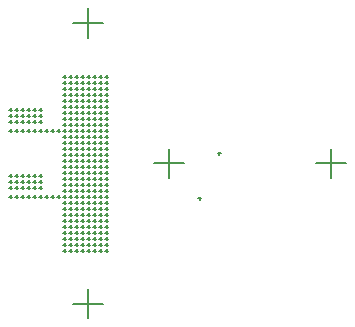
<source format=gbr>
G04 Layer_Color=128*
%FSLAX25Y25*%
%MOIN*%
%TF.FileFunction,Drillmap*%
%TF.Part,Single*%
G01*
G75*
%ADD83C,0.00500*%
D83*
X442815Y393701D02*
X452658D01*
X447736Y388779D02*
Y398622D01*
X388779Y393701D02*
X398622D01*
X393701Y388779D02*
Y398622D01*
X361762Y346905D02*
X371604D01*
X366683Y341984D02*
Y351826D01*
X361762Y440497D02*
X371604D01*
X366683Y435576D02*
Y445418D01*
X350500Y385500D02*
X351500D01*
X351000Y385000D02*
Y386000D01*
X350500Y387500D02*
X351500D01*
X351000Y387000D02*
Y388000D01*
X350500Y389500D02*
X351500D01*
X351000Y389000D02*
Y390000D01*
X403500Y382000D02*
X404500D01*
X404000Y381500D02*
Y382500D01*
X410000Y397000D02*
X411000D01*
X410500Y396500D02*
Y397500D01*
X370500Y366500D02*
X371500D01*
X371000Y366000D02*
Y367000D01*
X372500Y366500D02*
X373500D01*
X373000Y366000D02*
Y367000D01*
X372500Y368500D02*
X373500D01*
X373000Y368000D02*
Y369000D01*
X370500Y368500D02*
X371500D01*
X371000Y368000D02*
Y369000D01*
X368500Y368500D02*
X369500D01*
X369000Y368000D02*
Y369000D01*
X368500Y366500D02*
X369500D01*
X369000Y366000D02*
Y367000D01*
X366500Y366500D02*
X367500D01*
X367000Y366000D02*
Y367000D01*
X366500Y368500D02*
X367500D01*
X367000Y368000D02*
Y369000D01*
X366500Y370500D02*
X367500D01*
X367000Y370000D02*
Y371000D01*
X368500Y370500D02*
X369500D01*
X369000Y370000D02*
Y371000D01*
X370500Y370500D02*
X371500D01*
X371000Y370000D02*
Y371000D01*
X372500Y370500D02*
X373500D01*
X373000Y370000D02*
Y371000D01*
X372500Y372500D02*
X373500D01*
X373000Y372000D02*
Y373000D01*
X370500Y372500D02*
X371500D01*
X371000Y372000D02*
Y373000D01*
X368500Y372500D02*
X369500D01*
X369000Y372000D02*
Y373000D01*
X366500Y372500D02*
X367500D01*
X367000Y372000D02*
Y373000D01*
X366500Y374500D02*
X367500D01*
X367000Y374000D02*
Y375000D01*
X368500Y374500D02*
X369500D01*
X369000Y374000D02*
Y375000D01*
X370500Y374500D02*
X371500D01*
X371000Y374000D02*
Y375000D01*
X372500Y374500D02*
X373500D01*
X373000Y374000D02*
Y375000D01*
X372500Y376500D02*
X373500D01*
X373000Y376000D02*
Y377000D01*
X370500Y376500D02*
X371500D01*
X371000Y376000D02*
Y377000D01*
X368500Y376500D02*
X369500D01*
X369000Y376000D02*
Y377000D01*
X366500Y376500D02*
X367500D01*
X367000Y376000D02*
Y377000D01*
X366500Y378500D02*
X367500D01*
X367000Y378000D02*
Y379000D01*
X368500Y378500D02*
X369500D01*
X369000Y378000D02*
Y379000D01*
X370500Y378500D02*
X371500D01*
X371000Y378000D02*
Y379000D01*
X372500Y378500D02*
X373500D01*
X373000Y378000D02*
Y379000D01*
X372500Y380500D02*
X373500D01*
X373000Y380000D02*
Y381000D01*
X370500Y380500D02*
X371500D01*
X371000Y380000D02*
Y381000D01*
X368500Y380500D02*
X369500D01*
X369000Y380000D02*
Y381000D01*
X366500Y380500D02*
X367500D01*
X367000Y380000D02*
Y381000D01*
X366500Y382500D02*
X367500D01*
X367000Y382000D02*
Y383000D01*
X368500Y382500D02*
X369500D01*
X369000Y382000D02*
Y383000D01*
X370500Y382500D02*
X371500D01*
X371000Y382000D02*
Y383000D01*
X372500Y382500D02*
X373500D01*
X373000Y382000D02*
Y383000D01*
X364500Y366500D02*
X365500D01*
X365000Y366000D02*
Y367000D01*
X364500Y368500D02*
X365500D01*
X365000Y368000D02*
Y369000D01*
X364500Y370500D02*
X365500D01*
X365000Y370000D02*
Y371000D01*
X364500Y372500D02*
X365500D01*
X365000Y372000D02*
Y373000D01*
X364500Y374500D02*
X365500D01*
X365000Y374000D02*
Y375000D01*
X364500Y376500D02*
X365500D01*
X365000Y376000D02*
Y377000D01*
X364500Y378500D02*
X365500D01*
X365000Y378000D02*
Y379000D01*
X364500Y380500D02*
X365500D01*
X365000Y380000D02*
Y381000D01*
X364500Y382500D02*
X365500D01*
X365000Y382000D02*
Y383000D01*
X364500Y384500D02*
X365500D01*
X365000Y384000D02*
Y385000D01*
X366500Y384500D02*
X367500D01*
X367000Y384000D02*
Y385000D01*
X368500Y384500D02*
X369500D01*
X369000Y384000D02*
Y385000D01*
X370500Y384500D02*
X371500D01*
X371000Y384000D02*
Y385000D01*
X372500Y384500D02*
X373500D01*
X373000Y384000D02*
Y385000D01*
X372500Y386500D02*
X373500D01*
X373000Y386000D02*
Y387000D01*
X370500Y386500D02*
X371500D01*
X371000Y386000D02*
Y387000D01*
X368500Y386500D02*
X369500D01*
X369000Y386000D02*
Y387000D01*
X366500Y386500D02*
X367500D01*
X367000Y386000D02*
Y387000D01*
X366500Y386500D02*
X367500D01*
X367000Y386000D02*
Y387000D01*
X364500Y386500D02*
X365500D01*
X365000Y386000D02*
Y387000D01*
X362500Y386500D02*
X363500D01*
X363000Y386000D02*
Y387000D01*
X362500Y384500D02*
X363500D01*
X363000Y384000D02*
Y385000D01*
X362500Y382500D02*
X363500D01*
X363000Y382000D02*
Y383000D01*
X362500Y380500D02*
X363500D01*
X363000Y380000D02*
Y381000D01*
X362500Y378500D02*
X363500D01*
X363000Y378000D02*
Y379000D01*
X362500Y376500D02*
X363500D01*
X363000Y376000D02*
Y377000D01*
X362500Y374500D02*
X363500D01*
X363000Y374000D02*
Y375000D01*
X362500Y372500D02*
X363500D01*
X363000Y372000D02*
Y373000D01*
X362500Y370500D02*
X363500D01*
X363000Y370000D02*
Y371000D01*
X362500Y368500D02*
X363500D01*
X363000Y368000D02*
Y369000D01*
X362500Y366500D02*
X363500D01*
X363000Y366000D02*
Y367000D01*
X358500Y366500D02*
X359500D01*
X359000Y366000D02*
Y367000D01*
X360500Y366500D02*
X361500D01*
X361000Y366000D02*
Y367000D01*
X358500Y368500D02*
X359500D01*
X359000Y368000D02*
Y369000D01*
X358500Y370500D02*
X359500D01*
X359000Y370000D02*
Y371000D01*
X358500Y372500D02*
X359500D01*
X359000Y372000D02*
Y373000D01*
X358500Y374500D02*
X359500D01*
X359000Y374000D02*
Y375000D01*
X358500Y376500D02*
X359500D01*
X359000Y376000D02*
Y377000D01*
X358500Y378500D02*
X359500D01*
X359000Y378000D02*
Y379000D01*
X358500Y380500D02*
X359500D01*
X359000Y380000D02*
Y381000D01*
X358500Y382500D02*
X359500D01*
X359000Y382000D02*
Y383000D01*
X360500Y368500D02*
X361500D01*
X361000Y368000D02*
Y369000D01*
X360500Y370500D02*
X361500D01*
X361000Y370000D02*
Y371000D01*
X360500Y372500D02*
X361500D01*
X361000Y372000D02*
Y373000D01*
X360500Y374500D02*
X361500D01*
X361000Y374000D02*
Y375000D01*
X360500Y376500D02*
X361500D01*
X361000Y376000D02*
Y377000D01*
X360500Y378500D02*
X361500D01*
X361000Y378000D02*
Y379000D01*
X360500Y380500D02*
X361500D01*
X361000Y380000D02*
Y381000D01*
X360500Y382500D02*
X361500D01*
X361000Y382000D02*
Y383000D01*
X360500Y384500D02*
X361500D01*
X361000Y384000D02*
Y385000D01*
X360500Y386500D02*
X361500D01*
X361000Y386000D02*
Y387000D01*
X372500Y388500D02*
X373500D01*
X373000Y388000D02*
Y389000D01*
X370500Y388500D02*
X371500D01*
X371000Y388000D02*
Y389000D01*
X368500Y388500D02*
X369500D01*
X369000Y388000D02*
Y389000D01*
X366500Y388500D02*
X367500D01*
X367000Y388000D02*
Y389000D01*
X366500Y390500D02*
X367500D01*
X367000Y390000D02*
Y391000D01*
X368500Y390500D02*
X369500D01*
X369000Y390000D02*
Y391000D01*
X370500Y390500D02*
X371500D01*
X371000Y390000D02*
Y391000D01*
X372500Y390500D02*
X373500D01*
X373000Y390000D02*
Y391000D01*
X372500Y392500D02*
X373500D01*
X373000Y392000D02*
Y393000D01*
X370500Y392500D02*
X371500D01*
X371000Y392000D02*
Y393000D01*
X368500Y392500D02*
X369500D01*
X369000Y392000D02*
Y393000D01*
X366500Y392500D02*
X367500D01*
X367000Y392000D02*
Y393000D01*
X364500Y392500D02*
X365500D01*
X365000Y392000D02*
Y393000D01*
X364500Y390500D02*
X365500D01*
X365000Y390000D02*
Y391000D01*
X364500Y388500D02*
X365500D01*
X365000Y388000D02*
Y389000D01*
X362500Y388500D02*
X363500D01*
X363000Y388000D02*
Y389000D01*
X362500Y390500D02*
X363500D01*
X363000Y390000D02*
Y391000D01*
X362500Y392500D02*
X363500D01*
X363000Y392000D02*
Y393000D01*
X364500Y394500D02*
X365500D01*
X365000Y394000D02*
Y395000D01*
X362500Y394500D02*
X363500D01*
X363000Y394000D02*
Y395000D01*
X366500Y394500D02*
X367500D01*
X367000Y394000D02*
Y395000D01*
X368500Y394500D02*
X369500D01*
X369000Y394000D02*
Y395000D01*
X370500Y394500D02*
X371500D01*
X371000Y394000D02*
Y395000D01*
X372500Y394500D02*
X373500D01*
X373000Y394000D02*
Y395000D01*
X372500Y396500D02*
X373500D01*
X373000Y396000D02*
Y397000D01*
X370500Y396500D02*
X371500D01*
X371000Y396000D02*
Y397000D01*
X370500Y396500D02*
X371500D01*
X371000Y396000D02*
Y397000D01*
X368500Y396500D02*
X369500D01*
X369000Y396000D02*
Y397000D01*
X366500Y396500D02*
X367500D01*
X367000Y396000D02*
Y397000D01*
X364500Y396500D02*
X365500D01*
X365000Y396000D02*
Y397000D01*
X362500Y396500D02*
X363500D01*
X363000Y396000D02*
Y397000D01*
X360500Y396500D02*
X361500D01*
X361000Y396000D02*
Y397000D01*
X360500Y394500D02*
X361500D01*
X361000Y394000D02*
Y395000D01*
X360500Y392500D02*
X361500D01*
X361000Y392000D02*
Y393000D01*
X360500Y390500D02*
X361500D01*
X361000Y390000D02*
Y391000D01*
X360500Y388500D02*
X361500D01*
X361000Y388000D02*
Y389000D01*
X358500Y388500D02*
X359500D01*
X359000Y388000D02*
Y389000D01*
X358500Y390500D02*
X359500D01*
X359000Y390000D02*
Y391000D01*
X358500Y392500D02*
X359500D01*
X359000Y392000D02*
Y393000D01*
X358500Y394500D02*
X359500D01*
X359000Y394000D02*
Y395000D01*
X358500Y396500D02*
X359500D01*
X359000Y396000D02*
Y397000D01*
X372500Y398500D02*
X373500D01*
X373000Y398000D02*
Y399000D01*
X370500Y398500D02*
X371500D01*
X371000Y398000D02*
Y399000D01*
X368500Y398500D02*
X369500D01*
X369000Y398000D02*
Y399000D01*
X366500Y398500D02*
X367500D01*
X367000Y398000D02*
Y399000D01*
X366500Y400500D02*
X367500D01*
X367000Y400000D02*
Y401000D01*
X368500Y400500D02*
X369500D01*
X369000Y400000D02*
Y401000D01*
X370500Y400500D02*
X371500D01*
X371000Y400000D02*
Y401000D01*
X372500Y400500D02*
X373500D01*
X373000Y400000D02*
Y401000D01*
X372500Y402500D02*
X373500D01*
X373000Y402000D02*
Y403000D01*
X370500Y402500D02*
X371500D01*
X371000Y402000D02*
Y403000D01*
X368500Y402500D02*
X369500D01*
X369000Y402000D02*
Y403000D01*
X366500Y402500D02*
X367500D01*
X367000Y402000D02*
Y403000D01*
X364500Y402500D02*
X365500D01*
X365000Y402000D02*
Y403000D01*
X364500Y400500D02*
X365500D01*
X365000Y400000D02*
Y401000D01*
X364500Y398500D02*
X365500D01*
X365000Y398000D02*
Y399000D01*
X362500Y398500D02*
X363500D01*
X363000Y398000D02*
Y399000D01*
X362500Y400500D02*
X363500D01*
X363000Y400000D02*
Y401000D01*
X362500Y402500D02*
X363500D01*
X363000Y402000D02*
Y403000D01*
X360500Y398500D02*
X361500D01*
X361000Y398000D02*
Y399000D01*
X360500Y400500D02*
X361500D01*
X361000Y400000D02*
Y401000D01*
X358500Y398500D02*
X359500D01*
X359000Y398000D02*
Y399000D01*
X358500Y400500D02*
X359500D01*
X359000Y400000D02*
Y401000D01*
X358500Y402500D02*
X359500D01*
X359000Y402000D02*
Y403000D01*
X358500Y404500D02*
X359500D01*
X359000Y404000D02*
Y405000D01*
X360500Y402500D02*
X361500D01*
X361000Y402000D02*
Y403000D01*
X372500Y404500D02*
X373500D01*
X373000Y404000D02*
Y405000D01*
X370500Y404500D02*
X371500D01*
X371000Y404000D02*
Y405000D01*
X368500Y404500D02*
X369500D01*
X369000Y404000D02*
Y405000D01*
X366500Y404500D02*
X367500D01*
X367000Y404000D02*
Y405000D01*
X364500Y404500D02*
X365500D01*
X365000Y404000D02*
Y405000D01*
X362500Y404500D02*
X363500D01*
X363000Y404000D02*
Y405000D01*
X372500Y406500D02*
X373500D01*
X373000Y406000D02*
Y407000D01*
X370500Y406500D02*
X371500D01*
X371000Y406000D02*
Y407000D01*
X370500Y408500D02*
X371500D01*
X371000Y408000D02*
Y409000D01*
X372500Y408500D02*
X373500D01*
X373000Y408000D02*
Y409000D01*
X372500Y410500D02*
X373500D01*
X373000Y410000D02*
Y411000D01*
X370500Y410500D02*
X371500D01*
X371000Y410000D02*
Y411000D01*
X370500Y412500D02*
X371500D01*
X371000Y412000D02*
Y413000D01*
X372500Y412500D02*
X373500D01*
X373000Y412000D02*
Y413000D01*
X372500Y414500D02*
X373500D01*
X373000Y414000D02*
Y415000D01*
X370500Y414500D02*
X371500D01*
X371000Y414000D02*
Y415000D01*
X372500Y416500D02*
X373500D01*
X373000Y416000D02*
Y417000D01*
X370500Y416500D02*
X371500D01*
X371000Y416000D02*
Y417000D01*
X370500Y418500D02*
X371500D01*
X371000Y418000D02*
Y419000D01*
X372500Y418500D02*
X373500D01*
X373000Y418000D02*
Y419000D01*
X372500Y422500D02*
X373500D01*
X373000Y422000D02*
Y423000D01*
X372500Y420500D02*
X373500D01*
X373000Y420000D02*
Y421000D01*
X370500Y420500D02*
X371500D01*
X371000Y420000D02*
Y421000D01*
X370500Y422500D02*
X371500D01*
X371000Y422000D02*
Y423000D01*
X368500Y406500D02*
X369500D01*
X369000Y406000D02*
Y407000D01*
X366500Y406500D02*
X367500D01*
X367000Y406000D02*
Y407000D01*
X364500Y406500D02*
X365500D01*
X365000Y406000D02*
Y407000D01*
X362500Y406500D02*
X363500D01*
X363000Y406000D02*
Y407000D01*
X360500Y404500D02*
X361500D01*
X361000Y404000D02*
Y405000D01*
X360500Y406500D02*
X361500D01*
X361000Y406000D02*
Y407000D01*
X360500Y408500D02*
X361500D01*
X361000Y408000D02*
Y409000D01*
X362500Y408500D02*
X363500D01*
X363000Y408000D02*
Y409000D01*
X364500Y408500D02*
X365500D01*
X365000Y408000D02*
Y409000D01*
X366500Y408500D02*
X367500D01*
X367000Y408000D02*
Y409000D01*
X368500Y408500D02*
X369500D01*
X369000Y408000D02*
Y409000D01*
X366500Y410500D02*
X367500D01*
X367000Y410000D02*
Y411000D01*
X368500Y410500D02*
X369500D01*
X369000Y410000D02*
Y411000D01*
X368500Y412500D02*
X369500D01*
X369000Y412000D02*
Y413000D01*
X366500Y412500D02*
X367500D01*
X367000Y412000D02*
Y413000D01*
X364500Y412500D02*
X365500D01*
X365000Y412000D02*
Y413000D01*
X364500Y410500D02*
X365500D01*
X365000Y410000D02*
Y411000D01*
X362500Y410500D02*
X363500D01*
X363000Y410000D02*
Y411000D01*
X362500Y412500D02*
X363500D01*
X363000Y412000D02*
Y413000D01*
X366500Y414500D02*
X367500D01*
X367000Y414000D02*
Y415000D01*
X368500Y414500D02*
X369500D01*
X369000Y414000D02*
Y415000D01*
X368500Y416500D02*
X369500D01*
X369000Y416000D02*
Y417000D01*
X366500Y416500D02*
X367500D01*
X367000Y416000D02*
Y417000D01*
X366500Y418500D02*
X367500D01*
X367000Y418000D02*
Y419000D01*
X368500Y418500D02*
X369500D01*
X369000Y418000D02*
Y419000D01*
X368500Y420500D02*
X369500D01*
X369000Y420000D02*
Y421000D01*
X368500Y422500D02*
X369500D01*
X369000Y422000D02*
Y423000D01*
X366500Y420500D02*
X367500D01*
X367000Y420000D02*
Y421000D01*
X366500Y422500D02*
X367500D01*
X367000Y422000D02*
Y423000D01*
X364500Y422500D02*
X365500D01*
X365000Y422000D02*
Y423000D01*
X364500Y420500D02*
X365500D01*
X365000Y420000D02*
Y421000D01*
X364500Y418500D02*
X365500D01*
X365000Y418000D02*
Y419000D01*
X364500Y416500D02*
X365500D01*
X365000Y416000D02*
Y417000D01*
X364500Y414500D02*
X365500D01*
X365000Y414000D02*
Y415000D01*
X362500Y414500D02*
X363500D01*
X363000Y414000D02*
Y415000D01*
X362500Y416500D02*
X363500D01*
X363000Y416000D02*
Y417000D01*
X362500Y418500D02*
X363500D01*
X363000Y418000D02*
Y419000D01*
X362500Y420500D02*
X363500D01*
X363000Y420000D02*
Y421000D01*
X362500Y422500D02*
X363500D01*
X363000Y422000D02*
Y423000D01*
X360500Y422500D02*
X361500D01*
X361000Y422000D02*
Y423000D01*
X360500Y420500D02*
X361500D01*
X361000Y420000D02*
Y421000D01*
X360500Y418500D02*
X361500D01*
X361000Y418000D02*
Y419000D01*
X360500Y416500D02*
X361500D01*
X361000Y416000D02*
Y417000D01*
X360500Y414500D02*
X361500D01*
X361000Y414000D02*
Y415000D01*
X360500Y412500D02*
X361500D01*
X361000Y412000D02*
Y413000D01*
X360500Y410500D02*
X361500D01*
X361000Y410000D02*
Y411000D01*
X358500Y410500D02*
X359500D01*
X359000Y410000D02*
Y411000D01*
X358500Y412500D02*
X359500D01*
X359000Y412000D02*
Y413000D01*
X358500Y414500D02*
X359500D01*
X359000Y414000D02*
Y415000D01*
X358500Y416500D02*
X359500D01*
X359000Y416000D02*
Y417000D01*
X358500Y418500D02*
X359500D01*
X359000Y418000D02*
Y419000D01*
X358500Y420500D02*
X359500D01*
X359000Y420000D02*
Y421000D01*
X358500Y422500D02*
X359500D01*
X359000Y422000D02*
Y423000D01*
X358500Y408500D02*
X359500D01*
X359000Y408000D02*
Y409000D01*
X358500Y406500D02*
X359500D01*
X359000Y406000D02*
Y407000D01*
X358500Y386500D02*
X359500D01*
X359000Y386000D02*
Y387000D01*
X358500Y384500D02*
X359500D01*
X359000Y384000D02*
Y385000D01*
X356500Y404500D02*
X357500D01*
X357000Y404000D02*
Y405000D01*
X354500Y404500D02*
X355500D01*
X355000Y404000D02*
Y405000D01*
X352500Y404500D02*
X353500D01*
X353000Y404000D02*
Y405000D01*
X350500Y404500D02*
X351500D01*
X351000Y404000D02*
Y405000D01*
X348500Y404500D02*
X349500D01*
X349000Y404000D02*
Y405000D01*
X346500Y404500D02*
X347500D01*
X347000Y404000D02*
Y405000D01*
X344500Y404500D02*
X345500D01*
X345000Y404000D02*
Y405000D01*
X342500Y404500D02*
X343500D01*
X343000Y404000D02*
Y405000D01*
X340500Y404500D02*
X341500D01*
X341000Y404000D02*
Y405000D01*
X356500Y382500D02*
X357500D01*
X357000Y382000D02*
Y383000D01*
X354500Y382500D02*
X355500D01*
X355000Y382000D02*
Y383000D01*
X352500Y382500D02*
X353500D01*
X353000Y382000D02*
Y383000D01*
X350500Y382500D02*
X351500D01*
X351000Y382000D02*
Y383000D01*
X348500Y382500D02*
X349500D01*
X349000Y382000D02*
Y383000D01*
X346500Y382500D02*
X347500D01*
X347000Y382000D02*
Y383000D01*
X344500Y382500D02*
X345500D01*
X345000Y382000D02*
Y383000D01*
X342500Y382500D02*
X343500D01*
X343000Y382000D02*
Y383000D01*
X340500Y382500D02*
X341500D01*
X341000Y382000D02*
Y383000D01*
X372500Y364500D02*
X373500D01*
X373000Y364000D02*
Y365000D01*
X370500Y364500D02*
X371500D01*
X371000Y364000D02*
Y365000D01*
X368500Y364500D02*
X369500D01*
X369000Y364000D02*
Y365000D01*
X366500Y364500D02*
X367500D01*
X367000Y364000D02*
Y365000D01*
X364500Y364500D02*
X365500D01*
X365000Y364000D02*
Y365000D01*
X362500Y364500D02*
X363500D01*
X363000Y364000D02*
Y365000D01*
X360500Y364500D02*
X361500D01*
X361000Y364000D02*
Y365000D01*
X358500Y364500D02*
X359500D01*
X359000Y364000D02*
Y365000D01*
X350500Y407500D02*
X351500D01*
X351000Y407000D02*
Y408000D01*
X348500Y407500D02*
X349500D01*
X349000Y407000D02*
Y408000D01*
X346500Y407500D02*
X347500D01*
X347000Y407000D02*
Y408000D01*
X344500Y407500D02*
X345500D01*
X345000Y407000D02*
Y408000D01*
X342500Y407500D02*
X343500D01*
X343000Y407000D02*
Y408000D01*
X340500Y407500D02*
X341500D01*
X341000Y407000D02*
Y408000D01*
X340500Y409500D02*
X341500D01*
X341000Y409000D02*
Y410000D01*
X342500Y409500D02*
X343500D01*
X343000Y409000D02*
Y410000D01*
X344500Y409500D02*
X345500D01*
X345000Y409000D02*
Y410000D01*
X346500Y409500D02*
X347500D01*
X347000Y409000D02*
Y410000D01*
X348500Y409500D02*
X349500D01*
X349000Y409000D02*
Y410000D01*
X350500Y409500D02*
X351500D01*
X351000Y409000D02*
Y410000D01*
X350500Y411500D02*
X351500D01*
X351000Y411000D02*
Y412000D01*
X348500Y411500D02*
X349500D01*
X349000Y411000D02*
Y412000D01*
X346500Y411500D02*
X347500D01*
X347000Y411000D02*
Y412000D01*
X344500Y411500D02*
X345500D01*
X345000Y411000D02*
Y412000D01*
X342500Y411500D02*
X343500D01*
X343000Y411000D02*
Y412000D01*
X340500Y411500D02*
X341500D01*
X341000Y411000D02*
Y412000D01*
X348500Y385500D02*
X349500D01*
X349000Y385000D02*
Y386000D01*
X346500Y385500D02*
X347500D01*
X347000Y385000D02*
Y386000D01*
X344500Y385500D02*
X345500D01*
X345000Y385000D02*
Y386000D01*
X342500Y385500D02*
X343500D01*
X343000Y385000D02*
Y386000D01*
X340500Y385500D02*
X341500D01*
X341000Y385000D02*
Y386000D01*
X340500Y387500D02*
X341500D01*
X341000Y387000D02*
Y388000D01*
X342500Y387500D02*
X343500D01*
X343000Y387000D02*
Y388000D01*
X344500Y387500D02*
X345500D01*
X345000Y387000D02*
Y388000D01*
X346500Y387500D02*
X347500D01*
X347000Y387000D02*
Y388000D01*
X348500Y387500D02*
X349500D01*
X349000Y387000D02*
Y388000D01*
X348500Y389500D02*
X349500D01*
X349000Y389000D02*
Y390000D01*
X346500Y389500D02*
X347500D01*
X347000Y389000D02*
Y390000D01*
X344500Y389500D02*
X345500D01*
X345000Y389000D02*
Y390000D01*
X342500Y389500D02*
X343500D01*
X343000Y389000D02*
Y390000D01*
X340500Y389500D02*
X341500D01*
X341000Y389000D02*
Y390000D01*
%TF.MD5,E29C30A966E1AE48ADDB1EC70F76D48A*%
M02*

</source>
